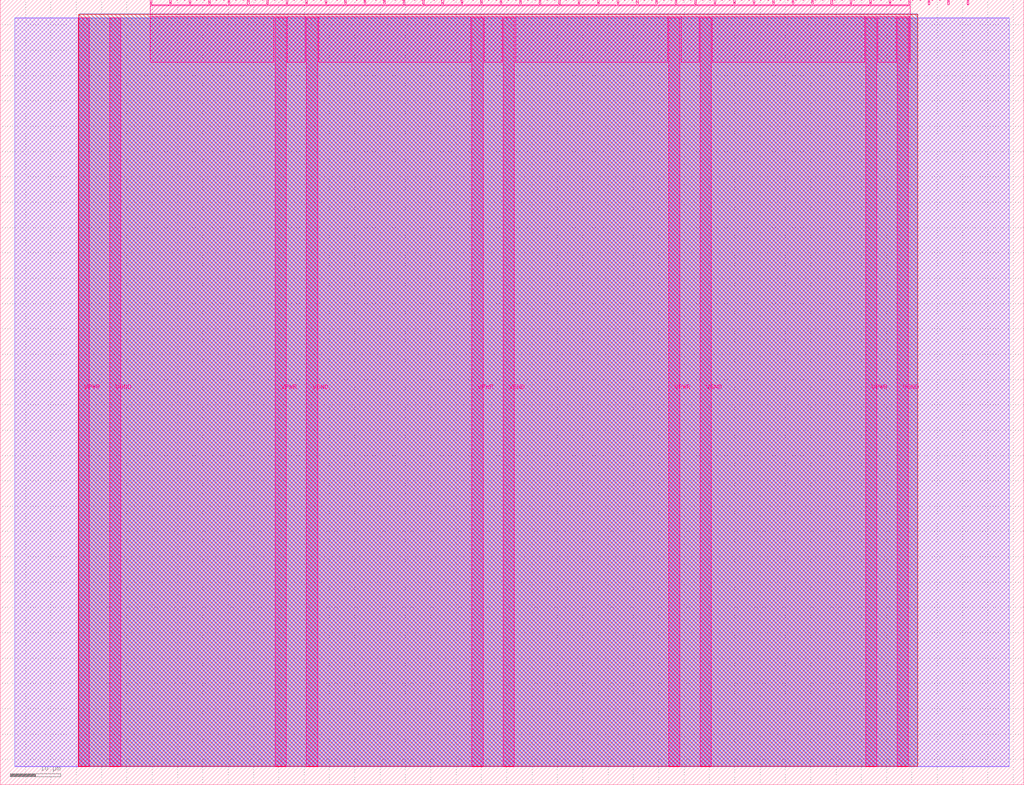
<source format=lef>
VERSION 5.7 ;
  NOWIREEXTENSIONATPIN ON ;
  DIVIDERCHAR "/" ;
  BUSBITCHARS "[]" ;
MACRO tt_um_ole_moller_priority_encoder_to_7_segment_decoder
  CLASS BLOCK ;
  FOREIGN tt_um_ole_moller_priority_encoder_to_7_segment_decoder ;
  ORIGIN 0.000 0.000 ;
  SIZE 202.080 BY 154.980 ;
  PIN VGND
    DIRECTION INOUT ;
    USE GROUND ;
    PORT
      LAYER Metal5 ;
        RECT 21.580 3.560 23.780 151.420 ;
    END
    PORT
      LAYER Metal5 ;
        RECT 60.450 3.560 62.650 151.420 ;
    END
    PORT
      LAYER Metal5 ;
        RECT 99.320 3.560 101.520 151.420 ;
    END
    PORT
      LAYER Metal5 ;
        RECT 138.190 3.560 140.390 151.420 ;
    END
    PORT
      LAYER Metal5 ;
        RECT 177.060 3.560 179.260 151.420 ;
    END
  END VGND
  PIN VPWR
    DIRECTION INOUT ;
    USE POWER ;
    PORT
      LAYER Metal5 ;
        RECT 15.380 3.560 17.580 151.420 ;
    END
    PORT
      LAYER Metal5 ;
        RECT 54.250 3.560 56.450 151.420 ;
    END
    PORT
      LAYER Metal5 ;
        RECT 93.120 3.560 95.320 151.420 ;
    END
    PORT
      LAYER Metal5 ;
        RECT 131.990 3.560 134.190 151.420 ;
    END
    PORT
      LAYER Metal5 ;
        RECT 170.860 3.560 173.060 151.420 ;
    END
  END VPWR
  PIN clk
    DIRECTION INPUT ;
    USE SIGNAL ;
    PORT
      LAYER Metal5 ;
        RECT 187.050 153.980 187.350 154.980 ;
    END
  END clk
  PIN ena
    DIRECTION INPUT ;
    USE SIGNAL ;
    PORT
      LAYER Metal5 ;
        RECT 190.890 153.980 191.190 154.980 ;
    END
  END ena
  PIN rst_n
    DIRECTION INPUT ;
    USE SIGNAL ;
    PORT
      LAYER Metal5 ;
        RECT 183.210 153.980 183.510 154.980 ;
    END
  END rst_n
  PIN ui_in[0]
    DIRECTION INPUT ;
    USE SIGNAL ;
    ANTENNAGATEAREA 0.180700 ;
    PORT
      LAYER Metal5 ;
        RECT 179.370 153.980 179.670 154.980 ;
    END
  END ui_in[0]
  PIN ui_in[1]
    DIRECTION INPUT ;
    USE SIGNAL ;
    ANTENNAGATEAREA 0.180700 ;
    PORT
      LAYER Metal5 ;
        RECT 175.530 153.980 175.830 154.980 ;
    END
  END ui_in[1]
  PIN ui_in[2]
    DIRECTION INPUT ;
    USE SIGNAL ;
    ANTENNAGATEAREA 0.180700 ;
    PORT
      LAYER Metal5 ;
        RECT 171.690 153.980 171.990 154.980 ;
    END
  END ui_in[2]
  PIN ui_in[3]
    DIRECTION INPUT ;
    USE SIGNAL ;
    ANTENNAGATEAREA 0.180700 ;
    PORT
      LAYER Metal5 ;
        RECT 167.850 153.980 168.150 154.980 ;
    END
  END ui_in[3]
  PIN ui_in[4]
    DIRECTION INPUT ;
    USE SIGNAL ;
    ANTENNAGATEAREA 0.180700 ;
    PORT
      LAYER Metal5 ;
        RECT 164.010 153.980 164.310 154.980 ;
    END
  END ui_in[4]
  PIN ui_in[5]
    DIRECTION INPUT ;
    USE SIGNAL ;
    ANTENNAGATEAREA 0.180700 ;
    PORT
      LAYER Metal5 ;
        RECT 160.170 153.980 160.470 154.980 ;
    END
  END ui_in[5]
  PIN ui_in[6]
    DIRECTION INPUT ;
    USE SIGNAL ;
    ANTENNAGATEAREA 0.180700 ;
    PORT
      LAYER Metal5 ;
        RECT 156.330 153.980 156.630 154.980 ;
    END
  END ui_in[6]
  PIN ui_in[7]
    DIRECTION INPUT ;
    USE SIGNAL ;
    ANTENNAGATEAREA 0.180700 ;
    PORT
      LAYER Metal5 ;
        RECT 152.490 153.980 152.790 154.980 ;
    END
  END ui_in[7]
  PIN uio_in[0]
    DIRECTION INPUT ;
    USE SIGNAL ;
    PORT
      LAYER Metal5 ;
        RECT 148.650 153.980 148.950 154.980 ;
    END
  END uio_in[0]
  PIN uio_in[1]
    DIRECTION INPUT ;
    USE SIGNAL ;
    PORT
      LAYER Metal5 ;
        RECT 144.810 153.980 145.110 154.980 ;
    END
  END uio_in[1]
  PIN uio_in[2]
    DIRECTION INPUT ;
    USE SIGNAL ;
    PORT
      LAYER Metal5 ;
        RECT 140.970 153.980 141.270 154.980 ;
    END
  END uio_in[2]
  PIN uio_in[3]
    DIRECTION INPUT ;
    USE SIGNAL ;
    PORT
      LAYER Metal5 ;
        RECT 137.130 153.980 137.430 154.980 ;
    END
  END uio_in[3]
  PIN uio_in[4]
    DIRECTION INPUT ;
    USE SIGNAL ;
    PORT
      LAYER Metal5 ;
        RECT 133.290 153.980 133.590 154.980 ;
    END
  END uio_in[4]
  PIN uio_in[5]
    DIRECTION INPUT ;
    USE SIGNAL ;
    PORT
      LAYER Metal5 ;
        RECT 129.450 153.980 129.750 154.980 ;
    END
  END uio_in[5]
  PIN uio_in[6]
    DIRECTION INPUT ;
    USE SIGNAL ;
    PORT
      LAYER Metal5 ;
        RECT 125.610 153.980 125.910 154.980 ;
    END
  END uio_in[6]
  PIN uio_in[7]
    DIRECTION INPUT ;
    USE SIGNAL ;
    PORT
      LAYER Metal5 ;
        RECT 121.770 153.980 122.070 154.980 ;
    END
  END uio_in[7]
  PIN uio_oe[0]
    DIRECTION OUTPUT ;
    USE SIGNAL ;
    ANTENNADIFFAREA 0.299200 ;
    PORT
      LAYER Metal5 ;
        RECT 56.490 153.980 56.790 154.980 ;
    END
  END uio_oe[0]
  PIN uio_oe[1]
    DIRECTION OUTPUT ;
    USE SIGNAL ;
    ANTENNADIFFAREA 0.299200 ;
    PORT
      LAYER Metal5 ;
        RECT 52.650 153.980 52.950 154.980 ;
    END
  END uio_oe[1]
  PIN uio_oe[2]
    DIRECTION OUTPUT ;
    USE SIGNAL ;
    ANTENNADIFFAREA 0.299200 ;
    PORT
      LAYER Metal5 ;
        RECT 48.810 153.980 49.110 154.980 ;
    END
  END uio_oe[2]
  PIN uio_oe[3]
    DIRECTION OUTPUT ;
    USE SIGNAL ;
    ANTENNADIFFAREA 0.299200 ;
    PORT
      LAYER Metal5 ;
        RECT 44.970 153.980 45.270 154.980 ;
    END
  END uio_oe[3]
  PIN uio_oe[4]
    DIRECTION OUTPUT ;
    USE SIGNAL ;
    ANTENNADIFFAREA 0.299200 ;
    PORT
      LAYER Metal5 ;
        RECT 41.130 153.980 41.430 154.980 ;
    END
  END uio_oe[4]
  PIN uio_oe[5]
    DIRECTION OUTPUT ;
    USE SIGNAL ;
    ANTENNADIFFAREA 0.299200 ;
    PORT
      LAYER Metal5 ;
        RECT 37.290 153.980 37.590 154.980 ;
    END
  END uio_oe[5]
  PIN uio_oe[6]
    DIRECTION OUTPUT ;
    USE SIGNAL ;
    ANTENNADIFFAREA 0.299200 ;
    PORT
      LAYER Metal5 ;
        RECT 33.450 153.980 33.750 154.980 ;
    END
  END uio_oe[6]
  PIN uio_oe[7]
    DIRECTION OUTPUT ;
    USE SIGNAL ;
    ANTENNADIFFAREA 0.299200 ;
    PORT
      LAYER Metal5 ;
        RECT 29.610 153.980 29.910 154.980 ;
    END
  END uio_oe[7]
  PIN uio_out[0]
    DIRECTION OUTPUT ;
    USE SIGNAL ;
    ANTENNADIFFAREA 0.299200 ;
    PORT
      LAYER Metal5 ;
        RECT 87.210 153.980 87.510 154.980 ;
    END
  END uio_out[0]
  PIN uio_out[1]
    DIRECTION OUTPUT ;
    USE SIGNAL ;
    ANTENNADIFFAREA 0.299200 ;
    PORT
      LAYER Metal5 ;
        RECT 83.370 153.980 83.670 154.980 ;
    END
  END uio_out[1]
  PIN uio_out[2]
    DIRECTION OUTPUT ;
    USE SIGNAL ;
    ANTENNADIFFAREA 0.299200 ;
    PORT
      LAYER Metal5 ;
        RECT 79.530 153.980 79.830 154.980 ;
    END
  END uio_out[2]
  PIN uio_out[3]
    DIRECTION OUTPUT ;
    USE SIGNAL ;
    ANTENNADIFFAREA 0.299200 ;
    PORT
      LAYER Metal5 ;
        RECT 75.690 153.980 75.990 154.980 ;
    END
  END uio_out[3]
  PIN uio_out[4]
    DIRECTION OUTPUT ;
    USE SIGNAL ;
    ANTENNADIFFAREA 0.299200 ;
    PORT
      LAYER Metal5 ;
        RECT 71.850 153.980 72.150 154.980 ;
    END
  END uio_out[4]
  PIN uio_out[5]
    DIRECTION OUTPUT ;
    USE SIGNAL ;
    ANTENNADIFFAREA 0.299200 ;
    PORT
      LAYER Metal5 ;
        RECT 68.010 153.980 68.310 154.980 ;
    END
  END uio_out[5]
  PIN uio_out[6]
    DIRECTION OUTPUT ;
    USE SIGNAL ;
    ANTENNADIFFAREA 0.299200 ;
    PORT
      LAYER Metal5 ;
        RECT 64.170 153.980 64.470 154.980 ;
    END
  END uio_out[6]
  PIN uio_out[7]
    DIRECTION OUTPUT ;
    USE SIGNAL ;
    ANTENNADIFFAREA 0.299200 ;
    PORT
      LAYER Metal5 ;
        RECT 60.330 153.980 60.630 154.980 ;
    END
  END uio_out[7]
  PIN uo_out[0]
    DIRECTION OUTPUT ;
    USE SIGNAL ;
    ANTENNADIFFAREA 1.135600 ;
    PORT
      LAYER Metal5 ;
        RECT 117.930 153.980 118.230 154.980 ;
    END
  END uo_out[0]
  PIN uo_out[1]
    DIRECTION OUTPUT ;
    USE SIGNAL ;
    ANTENNADIFFAREA 0.662000 ;
    PORT
      LAYER Metal5 ;
        RECT 114.090 153.980 114.390 154.980 ;
    END
  END uo_out[1]
  PIN uo_out[2]
    DIRECTION OUTPUT ;
    USE SIGNAL ;
    ANTENNADIFFAREA 0.662000 ;
    PORT
      LAYER Metal5 ;
        RECT 110.250 153.980 110.550 154.980 ;
    END
  END uo_out[2]
  PIN uo_out[3]
    DIRECTION OUTPUT ;
    USE SIGNAL ;
    ANTENNADIFFAREA 1.135600 ;
    PORT
      LAYER Metal5 ;
        RECT 106.410 153.980 106.710 154.980 ;
    END
  END uo_out[3]
  PIN uo_out[4]
    DIRECTION OUTPUT ;
    USE SIGNAL ;
    ANTENNADIFFAREA 0.662000 ;
    PORT
      LAYER Metal5 ;
        RECT 102.570 153.980 102.870 154.980 ;
    END
  END uo_out[4]
  PIN uo_out[5]
    DIRECTION OUTPUT ;
    USE SIGNAL ;
    ANTENNADIFFAREA 0.632400 ;
    PORT
      LAYER Metal5 ;
        RECT 98.730 153.980 99.030 154.980 ;
    END
  END uo_out[5]
  PIN uo_out[6]
    DIRECTION OUTPUT ;
    USE SIGNAL ;
    ANTENNADIFFAREA 0.662000 ;
    PORT
      LAYER Metal5 ;
        RECT 94.890 153.980 95.190 154.980 ;
    END
  END uo_out[6]
  PIN uo_out[7]
    DIRECTION OUTPUT ;
    USE SIGNAL ;
    ANTENNADIFFAREA 0.654800 ;
    PORT
      LAYER Metal5 ;
        RECT 91.050 153.980 91.350 154.980 ;
    END
  END uo_out[7]
  OBS
      LAYER GatPoly ;
        RECT 2.880 3.630 199.200 151.350 ;
      LAYER Metal1 ;
        RECT 2.880 3.560 199.200 151.420 ;
      LAYER Metal2 ;
        RECT 15.515 3.680 181.105 151.300 ;
      LAYER Metal3 ;
        RECT 15.560 3.635 181.060 152.185 ;
      LAYER Metal4 ;
        RECT 15.515 3.680 181.105 152.140 ;
      LAYER Metal5 ;
        RECT 30.120 153.770 33.240 153.980 ;
        RECT 33.960 153.770 37.080 153.980 ;
        RECT 37.800 153.770 40.920 153.980 ;
        RECT 41.640 153.770 44.760 153.980 ;
        RECT 45.480 153.770 48.600 153.980 ;
        RECT 49.320 153.770 52.440 153.980 ;
        RECT 53.160 153.770 56.280 153.980 ;
        RECT 57.000 153.770 60.120 153.980 ;
        RECT 60.840 153.770 63.960 153.980 ;
        RECT 64.680 153.770 67.800 153.980 ;
        RECT 68.520 153.770 71.640 153.980 ;
        RECT 72.360 153.770 75.480 153.980 ;
        RECT 76.200 153.770 79.320 153.980 ;
        RECT 80.040 153.770 83.160 153.980 ;
        RECT 83.880 153.770 87.000 153.980 ;
        RECT 87.720 153.770 90.840 153.980 ;
        RECT 91.560 153.770 94.680 153.980 ;
        RECT 95.400 153.770 98.520 153.980 ;
        RECT 99.240 153.770 102.360 153.980 ;
        RECT 103.080 153.770 106.200 153.980 ;
        RECT 106.920 153.770 110.040 153.980 ;
        RECT 110.760 153.770 113.880 153.980 ;
        RECT 114.600 153.770 117.720 153.980 ;
        RECT 118.440 153.770 121.560 153.980 ;
        RECT 122.280 153.770 125.400 153.980 ;
        RECT 126.120 153.770 129.240 153.980 ;
        RECT 129.960 153.770 133.080 153.980 ;
        RECT 133.800 153.770 136.920 153.980 ;
        RECT 137.640 153.770 140.760 153.980 ;
        RECT 141.480 153.770 144.600 153.980 ;
        RECT 145.320 153.770 148.440 153.980 ;
        RECT 149.160 153.770 152.280 153.980 ;
        RECT 153.000 153.770 156.120 153.980 ;
        RECT 156.840 153.770 159.960 153.980 ;
        RECT 160.680 153.770 163.800 153.980 ;
        RECT 164.520 153.770 167.640 153.980 ;
        RECT 168.360 153.770 171.480 153.980 ;
        RECT 172.200 153.770 175.320 153.980 ;
        RECT 176.040 153.770 179.160 153.980 ;
        RECT 29.660 151.630 179.620 153.770 ;
        RECT 29.660 142.655 54.040 151.630 ;
        RECT 56.660 142.655 60.240 151.630 ;
        RECT 62.860 142.655 92.910 151.630 ;
        RECT 95.530 142.655 99.110 151.630 ;
        RECT 101.730 142.655 131.780 151.630 ;
        RECT 134.400 142.655 137.980 151.630 ;
        RECT 140.600 142.655 170.650 151.630 ;
        RECT 173.270 142.655 176.850 151.630 ;
        RECT 179.470 142.655 179.620 151.630 ;
  END
END tt_um_ole_moller_priority_encoder_to_7_segment_decoder
END LIBRARY


</source>
